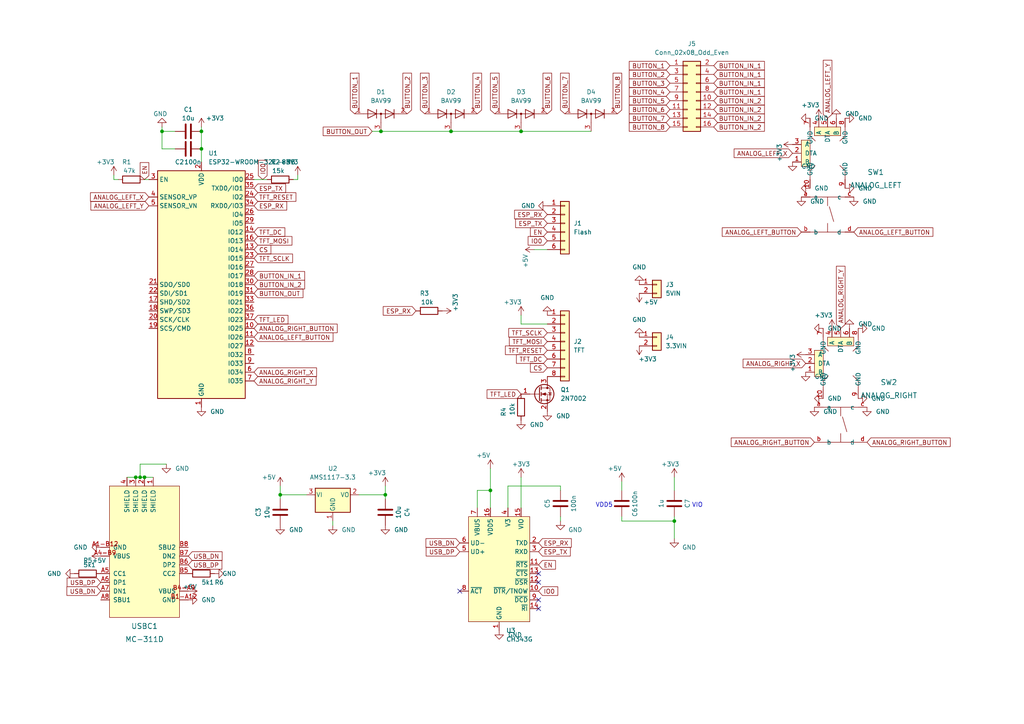
<source format=kicad_sch>
(kicad_sch (version 20211123) (generator eeschema)
  (paper "A4")
  (lib_symbols
    (symbol "Connector_Generic:Conn_01x02" (pin_names (offset 1.016) hide)
      (property "Reference" "J" (at 0 2.54 0))
      (property "Value" "Conn_01x02" (at 0 -5.08 0))
      (symbol "Conn_01x02_1_1"
        (rectangle (start -1.27 -2.413) (end 0 -2.667) (stroke (width 0.1524)))
        (rectangle (start -1.27 0.127) (end 0 -0.127) (stroke (width 0.1524)))
        (rectangle (start -1.27 1.27) (end 1.27 -3.81) (stroke (width 0.254)) (fill (type background)))
        (pin passive line (at -5.08 0 0) (length 3.81) (name "Pin_1") (number "1"))
        (pin passive line (at -5.08 -2.54 0) (length 3.81) (name "Pin_2") (number "2"))
      )
    )
    (symbol "Connector_Generic:Conn_01x06" (pin_names (offset 1.016) hide)
      (property "Reference" "J" (at 0 7.62 0))
      (property "Value" "Conn_01x06" (at 0 -10.16 0))
      (symbol "Conn_01x06_1_1"
        (rectangle (start -1.27 -7.493) (end 0 -7.747) (stroke (width 0.1524)))
        (rectangle (start -1.27 -4.953) (end 0 -5.207) (stroke (width 0.1524)))
        (rectangle (start -1.27 -2.413) (end 0 -2.667) (stroke (width 0.1524)))
        (rectangle (start -1.27 0.127) (end 0 -0.127) (stroke (width 0.1524)))
        (rectangle (start -1.27 2.667) (end 0 2.413) (stroke (width 0.1524)))
        (rectangle (start -1.27 5.207) (end 0 4.953) (stroke (width 0.1524)))
        (rectangle (start -1.27 6.35) (end 1.27 -8.89) (stroke (width 0.254)) (fill (type background)))
        (pin passive line (at -5.08 5.08 0) (length 3.81) (name "Pin_1") (number "1"))
        (pin passive line (at -5.08 2.54 0) (length 3.81) (name "Pin_2") (number "2"))
        (pin passive line (at -5.08 0 0) (length 3.81) (name "Pin_3") (number "3"))
        (pin passive line (at -5.08 -2.54 0) (length 3.81) (name "Pin_4") (number "4"))
        (pin passive line (at -5.08 -5.08 0) (length 3.81) (name "Pin_5") (number "5"))
        (pin passive line (at -5.08 -7.62 0) (length 3.81) (name "Pin_6") (number "6"))
      )
    )
    (symbol "Connector_Generic:Conn_01x08" (pin_names (offset 1.016) hide)
      (property "Reference" "J" (at 0 10.16 0))
      (property "Value" "Conn_01x08" (at 0 -12.7 0))
      (symbol "Conn_01x08_1_1"
        (rectangle (start -1.27 -10.033) (end 0 -10.287) (stroke (width 0.1524)))
        (rectangle (start -1.27 -7.493) (end 0 -7.747) (stroke (width 0.1524)))
        (rectangle (start -1.27 -4.953) (end 0 -5.207) (stroke (width 0.1524)))
        (rectangle (start -1.27 -2.413) (end 0 -2.667) (stroke (width 0.1524)))
        (rectangle (start -1.27 0.127) (end 0 -0.127) (stroke (width 0.1524)))
        (rectangle (start -1.27 2.667) (end 0 2.413) (stroke (width 0.1524)))
        (rectangle (start -1.27 5.207) (end 0 4.953) (stroke (width 0.1524)))
        (rectangle (start -1.27 7.747) (end 0 7.493) (stroke (width 0.1524)))
        (rectangle (start -1.27 8.89) (end 1.27 -11.43) (stroke (width 0.254)) (fill (type background)))
        (pin passive line (at -5.08 7.62 0) (length 3.81) (name "Pin_1") (number "1"))
        (pin passive line (at -5.08 5.08 0) (length 3.81) (name "Pin_2") (number "2"))
        (pin passive line (at -5.08 2.54 0) (length 3.81) (name "Pin_3") (number "3"))
        (pin passive line (at -5.08 0 0) (length 3.81) (name "Pin_4") (number "4"))
        (pin passive line (at -5.08 -2.54 0) (length 3.81) (name "Pin_5") (number "5"))
        (pin passive line (at -5.08 -5.08 0) (length 3.81) (name "Pin_6") (number "6"))
        (pin passive line (at -5.08 -7.62 0) (length 3.81) (name "Pin_7") (number "7"))
        (pin passive line (at -5.08 -10.16 0) (length 3.81) (name "Pin_8") (number "8"))
      )
    )
    (symbol "Connector_Generic:Conn_02x08_Odd_Even" (pin_names (offset 1.016) hide)
      (property "Reference" "J" (at 1.27 10.16 0))
      (property "Value" "Conn_02x08_Odd_Even" (at 1.27 -12.7 0))
      (symbol "Conn_02x08_Odd_Even_1_1"
        (rectangle (start -1.27 -10.033) (end 0 -10.287) (stroke (width 0.1524)))
        (rectangle (start -1.27 -7.493) (end 0 -7.747) (stroke (width 0.1524)))
        (rectangle (start -1.27 -4.953) (end 0 -5.207) (stroke (width 0.1524)))
        (rectangle (start -1.27 -2.413) (end 0 -2.667) (stroke (width 0.1524)))
        (rectangle (start -1.27 0.127) (end 0 -0.127) (stroke (width 0.1524)))
        (rectangle (start -1.27 2.667) (end 0 2.413) (stroke (width 0.1524)))
        (rectangle (start -1.27 5.207) (end 0 4.953) (stroke (width 0.1524)))
        (rectangle (start -1.27 7.747) (end 0 7.493) (stroke (width 0.1524)))
        (rectangle (start -1.27 8.89) (end 3.81 -11.43) (stroke (width 0.254)) (fill (type background)))
        (rectangle (start 3.81 -10.033) (end 2.54 -10.287) (stroke (width 0.1524)))
        (rectangle (start 3.81 -7.493) (end 2.54 -7.747) (stroke (width 0.1524)))
        (rectangle (start 3.81 -4.953) (end 2.54 -5.207) (stroke (width 0.1524)))
        (rectangle (start 3.81 -2.413) (end 2.54 -2.667) (stroke (width 0.1524)))
        (rectangle (start 3.81 0.127) (end 2.54 -0.127) (stroke (width 0.1524)))
        (rectangle (start 3.81 2.667) (end 2.54 2.413) (stroke (width 0.1524)))
        (rectangle (start 3.81 5.207) (end 2.54 4.953) (stroke (width 0.1524)))
        (rectangle (start 3.81 7.747) (end 2.54 7.493) (stroke (width 0.1524)))
        (pin passive line (at -5.08 7.62 0) (length 3.81) (name "Pin_1") (number "1"))
        (pin passive line (at 7.62 -2.54 180) (length 3.81) (name "Pin_10") (number "10"))
        (pin passive line (at -5.08 -5.08 0) (length 3.81) (name "Pin_11") (number "11"))
        (pin passive line (at 7.62 -5.08 180) (length 3.81) (name "Pin_12") (number "12"))
        (pin passive line (at -5.08 -7.62 0) (length 3.81) (name "Pin_13") (number "13"))
        (pin passive line (at 7.62 -7.62 180) (length 3.81) (name "Pin_14") (number "14"))
        (pin passive line (at -5.08 -10.16 0) (length 3.81) (name "Pin_15") (number "15"))
        (pin passive line (at 7.62 -10.16 180) (length 3.81) (name "Pin_16") (number "16"))
        (pin passive line (at 7.62 7.62 180) (length 3.81) (name "Pin_2") (number "2"))
        (pin passive line (at -5.08 5.08 0) (length 3.81) (name "Pin_3") (number "3"))
        (pin passive line (at 7.62 5.08 180) (length 3.81) (name "Pin_4") (number "4"))
        (pin passive line (at -5.08 2.54 0) (length 3.81) (name "Pin_5") (number "5"))
        (pin passive line (at 7.62 2.54 180) (length 3.81) (name "Pin_6") (number "6"))
        (pin passive line (at -5.08 0 0) (length 3.81) (name "Pin_7") (number "7"))
        (pin passive line (at 7.62 0 180) (length 3.81) (name "Pin_8") (number "8"))
        (pin passive line (at -5.08 -2.54 0) (length 3.81) (name "Pin_9") (number "9"))
      )
    )
    (symbol "Device:C" (pin_numbers hide) (pin_names (offset 0.254))
      (property "Reference" "C" (at 0.635 2.54 0))
      (property "Value" "C" (at 0.635 -2.54 0))
      (symbol "C_0_1"
        (polyline (pts (xy -2.032 -0.762) (xy 2.032 -0.762)) (stroke (width 0.508)))
        (polyline (pts (xy -2.032 0.762) (xy 2.032 0.762)) (stroke (width 0.508)))
      )
      (symbol "C_1_1"
        (pin passive line (at 0 3.81 270) (length 2.794) (name "~") (number "1"))
        (pin passive line (at 0 -3.81 90) (length 2.794) (name "~") (number "2"))
      )
    )
    (symbol "Device:R" (pin_numbers hide) (pin_names (offset 0))
      (property "Reference" "R" (at 2.032 0 90))
      (property "Value" "R" (at 0 0 90))
      (symbol "R_0_1"
        (rectangle (start -1.016 -2.54) (end 1.016 2.54) (stroke (width 0.254)))
      )
      (symbol "R_1_1"
        (pin passive line (at 0 3.81 270) (length 1.27) (name "~") (number "1"))
        (pin passive line (at 0 -3.81 90) (length 1.27) (name "~") (number "2"))
      )
    )
    (symbol "Diode:BAV99" (pin_names hide)
      (property "Reference" "D" (at 0 5.08 0))
      (property "Value" "BAV99" (at 0 2.54 0))
      (symbol "BAV99_0_1"
        (polyline (pts (xy -5.08 0) (xy 5.08 0)))
      )
      (symbol "BAV99_1_1"
        (polyline (pts (xy 0 0) (xy 0 -2.54)))
        (polyline (pts (xy -1.27 -1.27) (xy -1.27 1.27) (xy -1.27 1.27)) (stroke (width 0.2032)))
        (polyline (pts (xy 3.81 1.27) (xy 3.81 -1.27) (xy 3.81 -1.27)) (stroke (width 0.2032)))
        (polyline (pts (xy -3.81 1.27) (xy -1.27 0) (xy -3.81 -1.27) (xy -3.81 1.27) (xy -3.81 1.27) (xy -3.81 1.27)) (stroke (width 0.2032)))
        (polyline (pts (xy 1.27 1.27) (xy 3.81 0) (xy 1.27 -1.27) (xy 1.27 1.27) (xy 1.27 1.27) (xy 1.27 1.27)) (stroke (width 0.2032)))
        (circle (center 0 0) (radius 0.254) (fill (type outline)))
        (pin passive line (at -7.62 0 0) (length 2.54) (name "K") (number "1"))
        (pin passive line (at 7.62 0 180) (length 2.54) (name "A") (number "2"))
        (pin passive line (at 0 -5.08 90) (length 2.54) (name "K") (number "3"))
      )
    )
    (symbol "RF_Module:ESP32-WROOM-32"
      (property "Reference" "U" (at -12.7 34.29 0))
      (property "Value" "ESP32-WROOM-32" (at 1.27 34.29 0))
      (symbol "ESP32-WROOM-32_0_1"
        (rectangle (start -12.7 33.02) (end 12.7 -33.02) (stroke (width 0.254)) (fill (type background)))
      )
      (symbol "ESP32-WROOM-32_1_1"
        (pin power_in line (at 0 -35.56 90) (length 2.54) (name "GND") (number "1"))
        (pin bidirectional line (at 15.24 -12.7 180) (length 2.54) (name "IO25") (number "10"))
        (pin bidirectional line (at 15.24 -15.24 180) (length 2.54) (name "IO26") (number "11"))
        (pin bidirectional line (at 15.24 -17.78 180) (length 2.54) (name "IO27") (number "12"))
        (pin bidirectional line (at 15.24 10.16 180) (length 2.54) (name "IO14") (number "13"))
        (pin bidirectional line (at 15.24 15.24 180) (length 2.54) (name "IO12") (number "14"))
        (pin passive line (at 0 -35.56 90) (length 2.54) hide (name "GND") (number "15"))
        (pin bidirectional line (at 15.24 12.7 180) (length 2.54) (name "IO13") (number "16"))
        (pin bidirectional line (at -15.24 -5.08 0) (length 2.54) (name "SHD/SD2") (number "17"))
        (pin bidirectional line (at -15.24 -7.62 0) (length 2.54) (name "SWP/SD3") (number "18"))
        (pin bidirectional line (at -15.24 -12.7 0) (length 2.54) (name "SCS/CMD") (number "19"))
        (pin power_in line (at 0 35.56 270) (length 2.54) (name "VDD") (number "2"))
        (pin bidirectional line (at -15.24 -10.16 0) (length 2.54) (name "SCK/CLK") (number "20"))
        (pin bidirectional line (at -15.24 0 0) (length 2.54) (name "SDO/SD0") (number "21"))
        (pin bidirectional line (at -15.24 -2.54 0) (length 2.54) (name "SDI/SD1") (number "22"))
        (pin bidirectional line (at 15.24 7.62 180) (length 2.54) (name "IO15") (number "23"))
        (pin bidirectional line (at 15.24 25.4 180) (length 2.54) (name "IO2") (number "24"))
        (pin bidirectional line (at 15.24 30.48 180) (length 2.54) (name "IO0") (number "25"))
        (pin bidirectional line (at 15.24 20.32 180) (length 2.54) (name "IO4") (number "26"))
        (pin bidirectional line (at 15.24 5.08 180) (length 2.54) (name "IO16") (number "27"))
        (pin bidirectional line (at 15.24 2.54 180) (length 2.54) (name "IO17") (number "28"))
        (pin bidirectional line (at 15.24 17.78 180) (length 2.54) (name "IO5") (number "29"))
        (pin input line (at -15.24 30.48 0) (length 2.54) (name "EN") (number "3"))
        (pin bidirectional line (at 15.24 0 180) (length 2.54) (name "IO18") (number "30"))
        (pin bidirectional line (at 15.24 -2.54 180) (length 2.54) (name "IO19") (number "31"))
        (pin no_connect line (at -12.7 -27.94 0) (length 2.54) hide (name "NC") (number "32"))
        (pin bidirectional line (at 15.24 -5.08 180) (length 2.54) (name "IO21") (number "33"))
        (pin bidirectional line (at 15.24 22.86 180) (length 2.54) (name "RXD0/IO3") (number "34"))
        (pin bidirectional line (at 15.24 27.94 180) (length 2.54) (name "TXD0/IO1") (number "35"))
        (pin bidirectional line (at 15.24 -7.62 180) (length 2.54) (name "IO22") (number "36"))
        (pin bidirectional line (at 15.24 -10.16 180) (length 2.54) (name "IO23") (number "37"))
        (pin passive line (at 0 -35.56 90) (length 2.54) hide (name "GND") (number "38"))
        (pin passive line (at 0 -35.56 90) (length 2.54) hide (name "GND") (number "39"))
        (pin input line (at -15.24 25.4 0) (length 2.54) (name "SENSOR_VP") (number "4"))
        (pin input line (at -15.24 22.86 0) (length 2.54) (name "SENSOR_VN") (number "5"))
        (pin input line (at 15.24 -25.4 180) (length 2.54) (name "IO34") (number "6"))
        (pin input line (at 15.24 -27.94 180) (length 2.54) (name "IO35") (number "7"))
        (pin bidirectional line (at 15.24 -20.32 180) (length 2.54) (name "IO32") (number "8"))
        (pin bidirectional line (at 15.24 -22.86 180) (length 2.54) (name "IO33") (number "9"))
      )
    )
    (symbol "Regulator_Linear:AMS1117-3.3" (pin_names (offset 0.254))
      (property "Reference" "U" (at -3.81 3.175 0))
      (property "Value" "AMS1117-3.3" (at 0 3.175 0))
      (symbol "AMS1117-3.3_0_1"
        (rectangle (start -5.08 -5.08) (end 5.08 1.905) (stroke (width 0.254)) (fill (type background)))
      )
      (symbol "AMS1117-3.3_1_1"
        (pin power_in line (at 0 -7.62 90) (length 2.54) (name "GND") (number "1"))
        (pin power_out line (at 7.62 0 180) (length 2.54) (name "VO") (number "2"))
        (pin power_in line (at -7.62 0 0) (length 2.54) (name "VI") (number "3"))
      )
    )
    (symbol "Transistor_FET:2N7002" (pin_names hide)
      (property "Reference" "Q" (at 5.08 1.905 0))
      (property "Value" "2N7002" (at 5.08 0 0))
      (symbol "2N7002_0_1"
        (polyline (pts (xy 0.254 0) (xy -2.54 0)))
        (polyline (pts (xy 0.254 1.905) (xy 0.254 -1.905)) (stroke (width 0.254)))
        (polyline (pts (xy 0.762 -1.27) (xy 0.762 -2.286)) (stroke (width 0.254)))
        (polyline (pts (xy 0.762 0.508) (xy 0.762 -0.508)) (stroke (width 0.254)))
        (polyline (pts (xy 0.762 2.286) (xy 0.762 1.27)) (stroke (width 0.254)))
        (polyline (pts (xy 2.54 2.54) (xy 2.54 1.778)))
        (polyline (pts (xy 2.54 -2.54) (xy 2.54 0) (xy 0.762 0)))
        (polyline (pts (xy 0.762 -1.778) (xy 3.302 -1.778) (xy 3.302 1.778) (xy 0.762 1.778)))
        (polyline (pts (xy 1.016 0) (xy 2.032 0.381) (xy 2.032 -0.381) (xy 1.016 0)) (fill (type outline)))
        (polyline (pts (xy 2.794 0.508) (xy 2.921 0.381) (xy 3.683 0.381) (xy 3.81 0.254)))
        (polyline (pts (xy 3.302 0.381) (xy 2.921 -0.254) (xy 3.683 -0.254) (xy 3.302 0.381)))
        (circle (center 1.651 0) (radius 2.794) (stroke (width 0.254)))
        (circle (center 2.54 -1.778) (radius 0.254) (fill (type outline)))
        (circle (center 2.54 1.778) (radius 0.254) (fill (type outline)))
      )
      (symbol "2N7002_1_1"
        (pin input line (at -5.08 0 0) (length 2.54) (name "G") (number "1"))
        (pin passive line (at 2.54 -5.08 90) (length 2.54) (name "S") (number "2"))
        (pin passive line (at 2.54 5.08 270) (length 2.54) (name "D") (number "3"))
      )
    )
    (symbol "analog_stick:RKJXV122400D" (pin_names (offset 1.016))
      (property "Reference" "SW?" (at 0 22.86 0))
      (property "Value" "RKJXV122400D" (at 0 -20.32 0))
      (symbol "RKJXV122400D_1_1"
        (rectangle (start -7.62 11.43) (end -5.08 3.81) (fill (type background)))
        (rectangle (start -3.81 15.24) (end 3.81 12.7) (fill (type background)))
        (polyline (pts (xy -5.08 -15.24) (xy 5.08 -15.24)))
        (polyline (pts (xy -5.08 -5.08) (xy 5.08 -5.08)))
        (polyline (pts (xy -5.08 12.7) (xy -5.08 15.24)))
        (polyline (pts (xy -5.08 12.7) (xy -3.556 11.176)))
        (polyline (pts (xy 0 -15.24) (xy 0 -12.7)))
        (polyline (pts (xy 0 -5.08) (xy 0 -7.62)))
        (polyline (pts (xy 0.508 -7.874) (xy 1.778 -12.192)))
        (polyline (pts (xy -5.08 0) (xy -5.08 2.54) (xy -3.556 4.064)))
        (polyline (pts (xy 5.08 0) (xy 5.08 2.54) (xy 3.556 4.064)))
        (polyline (pts (xy 5.08 15.24) (xy 5.08 12.7) (xy 3.556 11.176)))
        (pin unspecified line (at -10.16 5.08 0) (length 2.54) (name "B") (number "1"))
        (pin unspecified line (at -5.08 -2.54 90) (length 2.54) (name "GND") (number "10"))
        (pin unspecified line (at -10.16 7.62 0) (length 2.54) (name "DTA") (number "2"))
        (pin unspecified line (at -10.16 10.16 0) (length 2.54) (name "A") (number "3"))
        (pin unspecified line (at -2.54 17.78 270) (length 2.54) (name "A") (number "4"))
        (pin unspecified line (at 0 17.78 270) (length 2.54) (name "DTA") (number "5"))
        (pin unspecified line (at 2.54 17.78 270) (length 2.54) (name "B") (number "6"))
        (pin unspecified line (at -5.08 17.78 270) (length 2.54) (name "GND") (number "7"))
        (pin unspecified line (at 5.08 17.78 270) (length 2.54) (name "GND") (number "8"))
        (pin unspecified line (at 5.08 -2.54 90) (length 2.54) (name "GND") (number "9"))
        (pin unspecified line (at -7.62 -5.08 0) (length 2.54) (name "a") (number "a"))
        (pin unspecified line (at -7.62 -15.24 0) (length 2.54) (name "b") (number "b"))
        (pin unspecified line (at 7.62 -5.08 180) (length 2.54) (name "c") (number "c"))
        (pin unspecified line (at 7.62 -15.24 180) (length 2.54) (name "d") (number "d"))
      )
    )
    (symbol "power:+3.3V" (power) (pin_names (offset 0))
      (property "Value" "+3.3V" (at 0 3.556 0))
      (symbol "+3.3V_0_1"
        (polyline (pts (xy -0.762 1.27) (xy 0 2.54)))
        (polyline (pts (xy 0 0) (xy 0 2.54)))
        (polyline (pts (xy 0 2.54) (xy 0.762 1.27)))
      )
      (symbol "+3.3V_1_1"
        (pin power_in line (at 0 0 90) (length 0) hide (name "+3V3") (number "1"))
      )
    )
    (symbol "power:+5V" (power) (pin_names (offset 0))
      (property "Value" "+5V" (at 0 3.556 0))
      (symbol "+5V_0_1"
        (polyline (pts (xy -0.762 1.27) (xy 0 2.54)))
        (polyline (pts (xy 0 0) (xy 0 2.54)))
        (polyline (pts (xy 0 2.54) (xy 0.762 1.27)))
      )
      (symbol "+5V_1_1"
        (pin power_in line (at 0 0 90) (length 0) hide (name "+5V") (number "1"))
      )
    )
    (symbol "power:GND" (power) (pin_names (offset 0))
      (property "Value" "GND" (at 0 -3.81 0))
      (symbol "GND_0_1"
        (polyline (pts (xy 0 0) (xy 0 -1.27) (xy 1.27 -1.27) (xy 0 -2.54) (xy -1.27 -1.27) (xy 0 -1.27)))
      )
      (symbol "GND_1_1"
        (pin power_in line (at 0 0 270) (length 0) hide (name "GND") (number "1"))
      )
    )
    (symbol "usb_c_bobby:MC-311D" (pin_names (offset 1.016))
      (property "Reference" "USBC?" (at 0 24.13 0))
      (property "Value" "MC-311D" (at 0 -21.59 0))
      (symbol "MC-311D_1_1"
        (rectangle (start -10.16 16.51) (end 10.16 -21.59) (fill (type background)))
        (pin unspecified line (at 2.54 19.05 270) (length 2.54) (name "SHIELD") (number "1"))
        (pin unspecified line (at 0 19.05 270) (length 2.54) (name "SHIELD") (number "2"))
        (pin unspecified line (at -2.54 19.05 270) (length 2.54) (name "SHIELD") (number "3"))
        (pin unspecified line (at -5.08 19.05 270) (length 2.54) (name "SHIELD") (number "4"))
        (pin unspecified line (at -12.7 -1.27 0) (length 2.54) (name "GND") (number "A1-B12"))
        (pin unspecified line (at -12.7 -3.81 0) (length 2.54) (name "VBUS") (number "A4-B9"))
        (pin unspecified line (at -12.7 -8.89 0) (length 2.54) (name "CC1") (number "A5"))
        (pin unspecified line (at -12.7 -11.43 0) (length 2.54) (name "DP1") (number "A6"))
        (pin unspecified line (at -12.7 -13.97 0) (length 2.54) (name "DN1") (number "A7"))
        (pin unspecified line (at -12.7 -16.51 0) (length 2.54) (name "SBU1") (number "A8"))
        (pin unspecified line (at 12.7 -16.51 180) (length 2.54) (name "GND") (number "B1-A12"))
        (pin unspecified line (at 12.7 -13.97 180) (length 2.54) (name "VBUS") (number "B4-A9"))
        (pin unspecified line (at 12.7 -8.89 180) (length 2.54) (name "CC2") (number "B5"))
        (pin unspecified line (at 12.7 -6.35 180) (length 2.54) (name "DP2") (number "B6"))
        (pin unspecified line (at 12.7 -3.81 180) (length 2.54) (name "DN2") (number "B7"))
        (pin unspecified line (at 12.7 -1.27 180) (length 2.54) (name "SBU2") (number "B8"))
      )
    )
    (symbol "wch-usb-uart:CH343G"
      (property "Reference" "U" (at 6.35 -17.78 0))
      (property "Value" "CH343G" (at 6.35 -20.32 0))
      (symbol "CH343G_0_1"
        (rectangle (start -8.89 15.24) (end 8.89 -15.24) (stroke (width 0.1524)) (fill (type background)))
      )
      (symbol "CH343G_1_1"
        (pin passive line (at 0 -17.78 90) (length 2.54) (name "GND") (number "1"))
        (pin output line (at 11.43 -6.35 180) (length 2.54) (name "~{DTR}/TNOW") (number "10"))
        (pin output line (at 11.43 1.27 180) (length 2.54) (name "~{RTS}") (number "11"))
        (pin input line (at 11.43 -3.81 180) (length 2.54) (name "~{DSR}") (number "12"))
        (pin input line (at 11.43 -1.27 180) (length 2.54) (name "~{CTS}") (number "13"))
        (pin input line (at 11.43 -11.43 180) (length 2.54) (name "~{RI}") (number "14"))
        (pin power_in line (at 6.35 17.78 270) (length 2.54) (name "VIO") (number "15"))
        (pin power_in line (at -2.54 17.78 270) (length 2.54) (name "VDD5") (number "16"))
        (pin output line (at 11.43 7.62 180) (length 2.54) (name "TXD") (number "2"))
        (pin input line (at 11.43 5.08 180) (length 2.54) (name "RXD") (number "3"))
        (pin power_in line (at 2.54 17.78 270) (length 2.54) (name "V3") (number "4"))
        (pin bidirectional line (at -11.43 5.08 0) (length 2.54) (name "UD+") (number "5"))
        (pin bidirectional line (at -11.43 7.62 0) (length 2.54) (name "UD-") (number "6"))
        (pin input line (at -6.35 17.78 270) (length 2.54) (name "VBUS") (number "7"))
        (pin output line (at -11.43 -6.35 0) (length 2.54) (name "~{ACT}") (number "8"))
        (pin input line (at 11.43 -8.89 180) (length 2.54) (name "~{DCD}") (number "9"))
      )
    )
  )
  (junction (at 41.91 138.43))
  (junction (at 58.42 43.18))
  (junction (at 58.42 38.1))
  (junction (at 130.81 38.1))
  (junction (at 110.49 38.1))
  (junction (at 40.64 138.43))
  (junction (at 151.13 38.1))
  (junction (at 111.76 143.51))
  (junction (at 81.28 143.51))
  (junction (at 195.58 151.13))
  (junction (at 142.24 142.24))
  (junction (at 39.37 138.43))
  (junction (at 46.99 38.1))
  (no_connect (at 156.21 173.99))
  (no_connect (at 156.21 176.53))
  (no_connect (at 133.35 171.45))
  (no_connect (at 156.21 168.91))
  (no_connect (at 156.21 166.37))
  (wire (pts (xy 151.13 138.43) (xy 151.13 147.32)))
  (wire (pts (xy 39.37 138.43) (xy 36.83 138.43)))
  (wire (pts (xy 58.42 38.1) (xy 58.42 43.18)))
  (wire (pts (xy 147.32 140.97) (xy 162.56 140.97)))
  (wire (pts (xy 110.49 38.1) (xy 130.81 38.1)))
  (wire (pts (xy 81.28 143.51) (xy 88.9 143.51)))
  (wire (pts (xy 58.42 36.83) (xy 58.42 38.1)))
  (wire (pts (xy 41.91 138.43) (xy 44.45 138.43)))
  (wire (pts (xy 142.24 142.24) (xy 142.24 147.32)))
  (wire (pts (xy 50.8 43.18) (xy 46.99 43.18)))
  (wire (pts (xy 41.91 52.07) (xy 43.18 52.07)))
  (wire (pts (xy 180.34 139.7) (xy 180.34 142.24)))
  (wire (pts (xy 73.66 52.07) (xy 77.47 52.07)))
  (wire (pts (xy 151.13 91.44) (xy 151.13 93.98)))
  (wire (pts (xy 58.42 43.18) (xy 58.42 46.99)))
  (wire (pts (xy 180.34 149.86) (xy 180.34 151.13)))
  (wire (pts (xy 142.24 142.24) (xy 138.43 142.24)))
  (wire (pts (xy 33.02 50.8) (xy 33.02 52.07)))
  (wire (pts (xy 46.99 43.18) (xy 46.99 38.1)))
  (wire (pts (xy 104.14 143.51) (xy 111.76 143.51)))
  (wire (pts (xy 180.34 151.13) (xy 195.58 151.13)))
  (wire (pts (xy 147.32 140.97) (xy 147.32 147.32)))
  (wire (pts (xy 40.64 134.62) (xy 40.64 138.43)))
  (wire (pts (xy 162.56 140.97) (xy 162.56 142.24)))
  (wire (pts (xy 142.24 135.89) (xy 142.24 142.24)))
  (wire (pts (xy 154.94 72.39) (xy 158.75 72.39)))
  (wire (pts (xy 48.26 134.62) (xy 40.64 134.62)))
  (wire (pts (xy 130.81 38.1) (xy 151.13 38.1)))
  (wire (pts (xy 195.58 151.13) (xy 195.58 156.21)))
  (wire (pts (xy 46.99 36.83) (xy 46.99 38.1)))
  (wire (pts (xy 86.36 52.07) (xy 85.09 52.07)))
  (wire (pts (xy 107.95 38.1) (xy 110.49 38.1)))
  (wire (pts (xy 81.28 143.51) (xy 81.28 144.78)))
  (wire (pts (xy 46.99 38.1) (xy 50.8 38.1)))
  (wire (pts (xy 40.64 138.43) (xy 41.91 138.43)))
  (wire (pts (xy 86.36 50.8) (xy 86.36 52.07)))
  (wire (pts (xy 96.52 152.4) (xy 96.52 151.13)))
  (wire (pts (xy 138.43 142.24) (xy 138.43 147.32)))
  (wire (pts (xy 195.58 138.43) (xy 195.58 142.24)))
  (wire (pts (xy 111.76 143.51) (xy 111.76 144.78)))
  (wire (pts (xy 40.64 138.43) (xy 39.37 138.43)))
  (wire (pts (xy 195.58 149.86) (xy 195.58 151.13)))
  (wire (pts (xy 151.13 93.98) (xy 158.75 93.98)))
  (wire (pts (xy 33.02 52.07) (xy 34.29 52.07)))
  (wire (pts (xy 81.28 140.97) (xy 81.28 143.51)))
  (wire (pts (xy 111.76 140.97) (xy 111.76 143.51)))
  (wire (pts (xy 151.13 38.1) (xy 171.45 38.1)))
  (wire (pts (xy 162.56 149.86) (xy 162.56 151.13)))
  (text "VDD5" (at 172.72 147.32 0) (effects (font (size 1.27 1.27)) (justify left bottom)))
  (text "VIO" (at 200.66 147.32 0) (effects (font (size 1.27 1.27)) (justify left bottom)))
  (global_label "BUTTON_IN_1" (shape input) (at 207.01 19.05 0) (property "Referenzen zwischen Schaltplänen" "${INTERSHEET_REFS}" (effects hide)))
  (global_label "ESP_RX" (shape input) (at 158.75 62.23 180) (property "Referenzen zwischen Schaltplänen" "${INTERSHEET_REFS}" (effects hide)))
  (global_label "BUTTON_8" (shape input) (at 194.31 36.83 180) (property "Referenzen zwischen Schaltplänen" "${INTERSHEET_REFS}" (effects hide)))
  (global_label "ANALOG_RIGHT_Y" (shape input) (at 243.84 95.25 90) (property "Referenzen zwischen Schaltplänen" "${INTERSHEET_REFS}" (effects hide)))
  (global_label "TFT_DC" (shape input) (at 73.66 67.31 0) (property "Referenzen zwischen Schaltplänen" "${INTERSHEET_REFS}" (effects hide)))
  (global_label "USB_DN" (shape input) (at 29.21 171.45 180) (property "Referenzen zwischen Schaltplänen" "${INTERSHEET_REFS}" (effects hide)))
  (global_label "BUTTON_3" (shape input) (at 123.19 33.02 90) (property "Referenzen zwischen Schaltplänen" "${INTERSHEET_REFS}" (effects hide)))
  (global_label "TFT_LED" (shape input) (at 73.66 92.71 0) (property "Referenzen zwischen Schaltplänen" "${INTERSHEET_REFS}" (effects hide)))
  (global_label "ANALOG_LEFT_Y" (shape input) (at 43.18 59.69 180) (property "Referenzen zwischen Schaltplänen" "${INTERSHEET_REFS}" (effects hide)))
  (global_label "BUTTON_1" (shape input) (at 102.87 33.02 90) (property "Referenzen zwischen Schaltplänen" "${INTERSHEET_REFS}" (effects hide)))
  (global_label "TFT_SCLK" (shape input) (at 73.66 74.93 0) (property "Referenzen zwischen Schaltplänen" "${INTERSHEET_REFS}" (effects hide)))
  (global_label "TFT_MOSI" (shape input) (at 73.66 69.85 0) (property "Referenzen zwischen Schaltplänen" "${INTERSHEET_REFS}" (effects hide)))
  (global_label "ESP_TX" (shape input) (at 73.66 54.61 0) (property "Referenzen zwischen Schaltplänen" "${INTERSHEET_REFS}" (effects hide)))
  (global_label "ANALOG_LEFT_BUTTON" (shape input) (at 232.41 67.31 180) (property "Referenzen zwischen Schaltplänen" "${INTERSHEET_REFS}" (effects hide)))
  (global_label "BUTTON_1" (shape input) (at 194.31 19.05 180) (property "Referenzen zwischen Schaltplänen" "${INTERSHEET_REFS}" (effects hide)))
  (global_label "BUTTON_OUT" (shape input) (at 73.66 85.09 0) (property "Referenzen zwischen Schaltplänen" "${INTERSHEET_REFS}" (effects hide)))
  (global_label "ANALOG_LEFT_BUTTON" (shape input) (at 247.65 67.31 0) (property "Referenzen zwischen Schaltplänen" "${INTERSHEET_REFS}" (effects hide)))
  (global_label "CS" (shape input) (at 73.66 72.39 0) (property "Referenzen zwischen Schaltplänen" "${INTERSHEET_REFS}" (effects hide)))
  (global_label "ESP_RX" (shape input) (at 120.65 90.17 180) (property "Referenzen zwischen Schaltplänen" "${INTERSHEET_REFS}" (effects hide)))
  (global_label "TFT_LED" (shape input) (at 151.13 114.3 180) (property "Referenzen zwischen Schaltplänen" "${INTERSHEET_REFS}" (effects hide)))
  (global_label "BUTTON_8" (shape input) (at 179.07 33.02 90) (property "Referenzen zwischen Schaltplänen" "${INTERSHEET_REFS}" (effects hide)))
  (global_label "ANALOG_RIGHT_BUTTON" (shape input) (at 73.66 95.25 0) (property "Referenzen zwischen Schaltplänen" "${INTERSHEET_REFS}" (effects hide)))
  (global_label "IO0" (shape input) (at 156.21 171.45 0) (property "Referenzen zwischen Schaltplänen" "${INTERSHEET_REFS}" (effects hide)))
  (global_label "BUTTON_6" (shape input) (at 158.75 33.02 90) (property "Referenzen zwischen Schaltplänen" "${INTERSHEET_REFS}" (effects hide)))
  (global_label "BUTTON_5" (shape input) (at 194.31 29.21 180) (property "Referenzen zwischen Schaltplänen" "${INTERSHEET_REFS}" (effects hide)))
  (global_label "ANALOG_RIGHT_BUTTON" (shape input) (at 251.46 128.27 0) (property "Referenzen zwischen Schaltplänen" "${INTERSHEET_REFS}" (effects hide)))
  (global_label "ANALOG_LEFT_X" (shape input) (at 43.18 57.15 180) (property "Referenzen zwischen Schaltplänen" "${INTERSHEET_REFS}" (effects hide)))
  (global_label "TFT_RESET" (shape input) (at 158.75 101.6 180) (property "Referenzen zwischen Schaltplänen" "${INTERSHEET_REFS}" (effects hide)))
  (global_label "BUTTON_OUT" (shape input) (at 107.95 38.1 180) (property "Referenzen zwischen Schaltplänen" "${INTERSHEET_REFS}" (effects hide)))
  (global_label "ANALOG_RIGHT_X" (shape input) (at 73.66 107.95 0) (property "Referenzen zwischen Schaltplänen" "${INTERSHEET_REFS}" (effects hide)))
  (global_label "BUTTON_IN_2" (shape input) (at 207.01 34.29 0) (property "Referenzen zwischen Schaltplänen" "${INTERSHEET_REFS}" (effects hide)))
  (global_label "BUTTON_IN_2" (shape input) (at 207.01 36.83 0) (property "Referenzen zwischen Schaltplänen" "${INTERSHEET_REFS}" (effects hide)))
  (global_label "TFT_DC" (shape input) (at 158.75 104.14 180) (property "Referenzen zwischen Schaltplänen" "${INTERSHEET_REFS}" (effects hide)))
  (global_label "BUTTON_2" (shape input) (at 118.11 33.02 90) (property "Referenzen zwischen Schaltplänen" "${INTERSHEET_REFS}" (effects hide)))
  (global_label "ESP_TX" (shape input) (at 156.21 160.02 0) (property "Referenzen zwischen Schaltplänen" "${INTERSHEET_REFS}" (effects hide)))
  (global_label "TFT_SCLK" (shape input) (at 158.75 96.52 180) (property "Referenzen zwischen Schaltplänen" "${INTERSHEET_REFS}" (effects hide)))
  (global_label "BUTTON_IN_1" (shape input) (at 207.01 24.13 0) (property "Referenzen zwischen Schaltplänen" "${INTERSHEET_REFS}" (effects hide)))
  (global_label "ANALOG_LEFT_X" (shape input) (at 229.87 44.45 180) (property "Referenzen zwischen Schaltplänen" "${INTERSHEET_REFS}" (effects hide)))
  (global_label "BUTTON_IN_2" (shape input) (at 207.01 31.75 0) (property "Referenzen zwischen Schaltplänen" "${INTERSHEET_REFS}" (effects hide)))
  (global_label "BUTTON_5" (shape input) (at 143.51 33.02 90) (property "Referenzen zwischen Schaltplänen" "${INTERSHEET_REFS}" (effects hide)))
  (global_label "IO0" (shape input) (at 76.2 52.07 90) (property "Referenzen zwischen Schaltplänen" "${INTERSHEET_REFS}" (effects hide)))
  (global_label "BUTTON_7" (shape input) (at 194.31 34.29 180) (property "Referenzen zwischen Schaltplänen" "${INTERSHEET_REFS}" (effects hide)))
  (global_label "ESP_TX" (shape input) (at 158.75 64.77 180) (property "Referenzen zwischen Schaltplänen" "${INTERSHEET_REFS}" (effects hide)))
  (global_label "TFT_MOSI" (shape input) (at 158.75 99.06 180) (property "Referenzen zwischen Schaltplänen" "${INTERSHEET_REFS}" (effects hide)))
  (global_label "USB_DP" (shape input) (at 54.61 163.83 0) (property "Referenzen zwischen Schaltplänen" "${INTERSHEET_REFS}" (effects hide)))
  (global_label "BUTTON_4" (shape input) (at 194.31 26.67 180) (property "Referenzen zwischen Schaltplänen" "${INTERSHEET_REFS}" (effects hide)))
  (global_label "EN" (shape input) (at 41.91 52.07 90) (property "Referenzen zwischen Schaltplänen" "${INTERSHEET_REFS}" (effects hide)))
  (global_label "USB_DP" (shape input) (at 133.35 160.02 180) (property "Referenzen zwischen Schaltplänen" "${INTERSHEET_REFS}" (effects hide)))
  (global_label "USB_DN" (shape input) (at 133.35 157.48 180) (property "Referenzen zwischen Schaltplänen" "${INTERSHEET_REFS}" (effects hide)))
  (global_label "EN" (shape input) (at 158.75 67.31 180) (property "Referenzen zwischen Schaltplänen" "${INTERSHEET_REFS}" (effects hide)))
  (global_label "BUTTON_6" (shape input) (at 194.31 31.75 180) (property "Referenzen zwischen Schaltplänen" "${INTERSHEET_REFS}" (effects hide)))
  (global_label "BUTTON_IN_1" (shape input) (at 207.01 26.67 0) (property "Referenzen zwischen Schaltplänen" "${INTERSHEET_REFS}" (effects hide)))
  (global_label "BUTTON_4" (shape input) (at 138.43 33.02 90) (property "Referenzen zwischen Schaltplänen" "${INTERSHEET_REFS}" (effects hide)))
  (global_label "CS" (shape input) (at 158.75 106.68 180) (property "Referenzen zwischen Schaltplänen" "${INTERSHEET_REFS}" (effects hide)))
  (global_label "BUTTON_IN_1" (shape input) (at 207.01 21.59 0) (property "Referenzen zwischen Schaltplänen" "${INTERSHEET_REFS}" (effects hide)))
  (global_label "ESP_RX" (shape input) (at 73.66 59.69 0) (property "Referenzen zwischen Schaltplänen" "${INTERSHEET_REFS}" (effects hide)))
  (global_label "ESP_RX" (shape input) (at 156.21 157.48 0) (property "Referenzen zwischen Schaltplänen" "${INTERSHEET_REFS}" (effects hide)))
  (global_label "ANALOG_RIGHT_X" (shape input) (at 233.68 105.41 180) (property "Referenzen zwischen Schaltplänen" "${INTERSHEET_REFS}" (effects hide)))
  (global_label "USB_DP" (shape input) (at 29.21 168.91 180) (property "Referenzen zwischen Schaltplänen" "${INTERSHEET_REFS}" (effects hide)))
  (global_label "EN" (shape input) (at 156.21 163.83 0) (property "Referenzen zwischen Schaltplänen" "${INTERSHEET_REFS}" (effects hide)))
  (global_label "BUTTON_3" (shape input) (at 194.31 24.13 180) (property "Referenzen zwischen Schaltplänen" "${INTERSHEET_REFS}" (effects hide)))
  (global_label "BUTTON_IN_2" (shape input) (at 207.01 29.21 0) (property "Referenzen zwischen Schaltplänen" "${INTERSHEET_REFS}" (effects hide)))
  (global_label "BUTTON_IN_2" (shape input) (at 73.66 82.55 0) (property "Referenzen zwischen Schaltplänen" "${INTERSHEET_REFS}" (effects hide)))
  (global_label "ANALOG_LEFT_BUTTON" (shape input) (at 73.66 97.79 0) (property "Referenzen zwischen Schaltplänen" "${INTERSHEET_REFS}" (effects hide)))
  (global_label "ANALOG_RIGHT_Y" (shape input) (at 73.66 110.49 0) (property "Referenzen zwischen Schaltplänen" "${INTERSHEET_REFS}" (effects hide)))
  (global_label "BUTTON_IN_1" (shape input) (at 73.66 80.01 0) (property "Referenzen zwischen Schaltplänen" "${INTERSHEET_REFS}" (effects hide)))
  (global_label "USB_DN" (shape input) (at 54.61 161.29 0) (property "Referenzen zwischen Schaltplänen" "${INTERSHEET_REFS}" (effects hide)))
  (global_label "TFT_RESET" (shape input) (at 73.66 57.15 0) (property "Referenzen zwischen Schaltplänen" "${INTERSHEET_REFS}" (effects hide)))
  (global_label "BUTTON_7" (shape input) (at 163.83 33.02 90) (property "Referenzen zwischen Schaltplänen" "${INTERSHEET_REFS}" (effects hide)))
  (global_label "IO0" (shape input) (at 158.75 69.85 180) (property "Referenzen zwischen Schaltplänen" "${INTERSHEET_REFS}" (effects hide)))
  (global_label "BUTTON_2" (shape input) (at 194.31 21.59 180) (property "Referenzen zwischen Schaltplänen" "${INTERSHEET_REFS}" (effects hide)))
  (global_label "ANALOG_LEFT_Y" (shape input) (at 240.03 34.29 90) (property "Referenzen zwischen Schaltplänen" "${INTERSHEET_REFS}" (effects hide)))
  (global_label "ANALOG_RIGHT_BUTTON" (shape input) (at 236.22 128.27 180) (property "Referenzen zwischen Schaltplänen" "${INTERSHEET_REFS}" (effects hide)))
  (symbol (lib_id "wch-usb-uart:CH343G") (at 144.78 165.1 0) (unit 1)
    (property "Reference" "U3" (at 146.7994 182.88 0) (effects (justify left)))
    (property "Value" "CH343G" (at 146.7994 185.42 0) (effects (justify left)))
    (property "Footprint" "Package_SO:SOIC-16_3.9x9.9mm_P1.27mm" (effects hide))
    (property "Datasheet" "http://www.wch.cn/downloads/file/307.html" (effects hide))
    (property "LCSC" "C2844153" (effects hide))
  )
  (symbol (lib_id "power:+3.3V") (at 128.27 90.17 270) (unit 1)
    (property "Reference" "#PWR0127" (effects hide))
    (property "Value" "+3.3V" (at 132.08 85.09 0) (effects (justify left)))
  )
  (symbol (lib_id "power:GND") (at 234.95 54.61 270) (unit 1)
    (property "Reference" "#PWR0130" (effects hide))
    (property "Value" "GND" (at 236.22 54.6099 90) (effects (justify left)))
  )
  (symbol (lib_id "power:+5V") (at 29.21 161.29 90) (unit 1)
    (property "Reference" "#PWR0144" (effects hide))
    (property "Value" "+5V" (at 26.67 162.56 90) (effects (justify right)))
  )
  (symbol (lib_id "power:+3.3V") (at 237.49 34.29 0) (unit 1)
    (property "Reference" "#PWR0135" (effects hide))
    (property "Value" "+3.3V" (at 232.41 30.48 0) (effects (justify left)))
  )
  (symbol (lib_id "power:GND") (at 158.75 119.38 0) (unit 1)
    (property "Reference" "#PWR0102" (effects hide))
    (property "Value" "GND" (at 161.29 120.6499 0) (effects (justify left)))
  )
  (symbol (lib_id "power:GND") (at 151.13 121.92 0) (unit 1)
    (property "Reference" "#PWR0101" (effects hide))
    (property "Value" "GND" (at 153.67 123.1899 0) (effects (justify left)))
  )
  (symbol (lib_id "power:GND") (at 232.41 57.15 0) (unit 1)
    (property "Reference" "#PWR0117" (effects hide))
    (property "Value" "GND" (at 234.95 58.4199 0) (effects (justify left)))
  )
  (symbol (lib_id "power:GND") (at 247.65 57.15 0) (unit 1)
    (property "Reference" "#PWR0119" (effects hide))
    (property "Value" "GND" (at 250.19 58.4199 0) (effects (justify left)))
  )
  (symbol (lib_id "power:GND") (at 238.76 115.57 270) (unit 1)
    (property "Reference" "#PWR0121" (effects hide))
    (property "Value" "GND" (at 240.03 115.5699 90) (effects (justify left)))
  )
  (symbol (lib_id "Connector_Generic:Conn_01x02") (at 190.5 82.55 0) (unit 1)
    (property "Reference" "J3" (at 193.04 82.5499 0) (effects (justify left)))
    (property "Value" "5VIN" (at 193.04 85.0899 0) (effects (justify left)))
    (property "Footprint" "Connector_PinHeader_2.54mm:PinHeader_1x02_P2.54mm_Vertical" (effects hide))
  )
  (symbol (lib_id "Device:C") (at 162.56 146.05 180) (unit 1)
    (property "Reference" "C5" (at 158.75 146.05 90))
    (property "Value" "100n" (at 166.37 146.05 90))
    (property "Footprint" "Capacitor_SMD:C_0603_1608Metric" (effects hide))
    (property "LCSC Part #" "C14663" (effects hide))
  )
  (symbol (lib_id "power:+3.3V") (at 33.02 50.8 0) (unit 1)
    (property "Reference" "#PWR0110" (effects hide))
    (property "Value" "+3.3V" (at 27.94 46.99 0) (effects (justify left)))
  )
  (symbol (lib_id "power:GND") (at 158.75 91.44 180) (unit 1)
    (property "Reference" "#PWR0126" (effects hide))
    (property "Value" "GND" (at 158.75 86.36 0))
  )
  (symbol (lib_id "power:GND") (at 185.42 97.79 180) (unit 1)
    (property "Reference" "#PWR0104" (effects hide))
    (property "Value" "GND" (at 185.42 92.71 0))
  )
  (symbol (lib_id "Device:C") (at 81.28 148.59 180) (unit 1)
    (property "Reference" "C3" (at 74.93 148.59 90))
    (property "Value" "10u" (at 77.47 148.59 90))
    (property "Footprint" "Capacitor_SMD:C_0603_1608Metric" (effects hide))
    (property "LCSC Part #" "C19702" (effects hide))
  )
  (symbol (lib_id "power:GND") (at 195.58 156.21 0) (unit 1)
    (property "Reference" "#PWR0155" (effects hide))
    (property "Value" "GND" (at 201.93 158.75 0) (effects (justify right)))
  )
  (symbol (lib_id "power:GND") (at 96.52 152.4 0) (unit 1)
    (property "Reference" "#PWR0136" (effects hide))
    (property "Value" "GND" (at 99.06 153.6699 0) (effects (justify left)))
  )
  (symbol (lib_id "power:GND") (at 245.11 54.61 90) (unit 1)
    (property "Reference" "#PWR0118" (effects hide))
    (property "Value" "GND" (at 248.92 54.6099 90) (effects (justify right)))
  )
  (symbol (lib_id "power:GND") (at 81.28 152.4 0) (unit 1)
    (property "Reference" "#PWR0138" (effects hide))
    (property "Value" "GND" (at 83.82 153.6699 0) (effects (justify left)))
  )
  (symbol (lib_id "Device:C") (at 180.34 146.05 180) (unit 1)
    (property "Reference" "C6" (at 184.15 148.59 90))
    (property "Value" "100n" (at 184.15 144.78 90))
    (property "Footprint" "Capacitor_SMD:C_0603_1608Metric" (effects hide))
    (property "LCSC Part #" "C14663" (effects hide))
  )
  (symbol (lib_id "usb_c_bobby:MC-311D") (at 41.91 157.48 0) (unit 1)
    (property "Reference" "USBC1" (at 41.91 181.61 0) (effects (font (size 1.524 1.524))))
    (property "Value" "MC-311D" (at 41.91 185.42 0) (effects (font (size 1.524 1.524))))
    (property "Footprint" "USB-C-SMD_MC-311D" (effects hide))
    (property "Datasheet" "https://lcsc.com/product-detail/USB-Type-C_MC-311D_C136423.html" (effects hide))
    (property "Manufacturer" "SOFNG" (effects hide))
    (property "LCSC Part" "C136423" (effects hide))
    (property "JLC Part" "Extended Part" (effects hide))
  )
  (symbol (lib_id "power:GND") (at 62.23 166.37 90) (unit 1)
    (property "Reference" "#PWR0145" (effects hide))
    (property "Value" "GND" (at 68.58 166.37 90) (effects (justify left)))
  )
  (symbol (lib_id "power:GND") (at 251.46 118.11 0) (unit 1)
    (property "Reference" "#PWR0122" (effects hide))
    (property "Value" "GND" (at 254 119.3799 0) (effects (justify left)))
  )
  (symbol (lib_id "power:GND") (at 21.59 166.37 270) (unit 1)
    (property "Reference" "#PWR0143" (effects hide))
    (property "Value" "GND" (at 17.78 166.3699 90) (effects (justify right)))
  )
  (symbol (lib_id "power:GND") (at 248.92 95.25 90) (unit 1)
    (property "Reference" "#PWR0114" (effects hide))
    (property "Value" "GND" (at 252.73 95.2499 90) (effects (justify right)))
  )
  (symbol (lib_id "power:GND") (at 185.42 82.55 180) (unit 1)
    (property "Reference" "#PWR0105" (effects hide))
    (property "Value" "GND" (at 185.42 77.47 0))
  )
  (symbol (lib_id "power:GND") (at 236.22 118.11 0) (unit 1)
    (property "Reference" "#PWR0123" (effects hide))
    (property "Value" "GND" (at 238.76 119.3799 0) (effects (justify left)))
  )
  (symbol (lib_id "power:GND") (at 245.11 34.29 90) (unit 1)
    (property "Reference" "#PWR0131" (effects hide))
    (property "Value" "GND" (at 248.92 34.2899 90) (effects (justify right)))
  )
  (symbol (lib_id "power:GND") (at 46.99 36.83 180) (unit 1)
    (property "Reference" "#PWR0111" (effects hide))
    (property "Value" "GND" (at 44.45 33.02 0) (effects (justify right)))
  )
  (symbol (lib_id "Diode:BAV99") (at 130.81 33.02 0) (unit 1)
    (property "Reference" "D2" (at 130.81 26.67 0))
    (property "Value" "BAV99" (at 130.81 29.21 0))
    (property "Footprint" "Package_TO_SOT_SMD:SOT-23" (effects hide))
    (property "Datasheet" "https://assets.nexperia.com/documents/data-sheet/BAV99_SER.pdf" (effects hide))
    (property "LCSC" "C2500" (effects hide))
  )
  (symbol (lib_id "Diode:BAV99") (at 151.13 33.02 0) (unit 1)
    (property "Reference" "D3" (at 151.13 26.67 0))
    (property "Value" "BAV99" (at 151.13 29.21 0))
    (property "Footprint" "Package_TO_SOT_SMD:SOT-23" (effects hide))
    (property "Datasheet" "https://assets.nexperia.com/documents/data-sheet/BAV99_SER.pdf" (effects hide))
    (property "LCSC" "C2500" (effects hide))
  )
  (symbol (lib_id "power:+5V") (at 54.61 171.45 270) (unit 1)
    (property "Reference" "#PWR0146" (effects hide))
    (property "Value" "+5V" (at 57.15 170.18 90) (effects (justify right)))
  )
  (symbol (lib_id "power:GND") (at 54.61 173.99 90) (unit 1)
    (property "Reference" "#PWR0148" (effects hide))
    (property "Value" "GND" (at 58.42 173.9899 90) (effects (justify right)))
  )
  (symbol (lib_id "power:+5V") (at 154.94 72.39 90) (unit 1)
    (property "Reference" "#PWR0103" (effects hide))
    (property "Value" "+5V" (at 152.4 73.66 0) (effects (justify right)))
  )
  (symbol (lib_id "power:+5V") (at 180.34 139.7 0) (unit 1)
    (property "Reference" "#PWR0153" (effects hide))
    (property "Value" "+5V" (at 180.34 135.89 0) (effects (justify right)))
  )
  (symbol (lib_id "power:GND") (at 111.76 152.4 0) (unit 1)
    (property "Reference" "#PWR0140" (effects hide))
    (property "Value" "GND" (at 114.3 153.6699 0) (effects (justify left)))
  )
  (symbol (lib_id "power:+3.3V") (at 151.13 138.43 0) (unit 1)
    (property "Reference" "#PWR0157" (effects hide))
    (property "Value" "+3.3V" (at 151.13 134.62 0))
  )
  (symbol (lib_id "power:GND") (at 234.95 34.29 270) (unit 1)
    (property "Reference" "#PWR0129" (effects hide))
    (property "Value" "GND" (at 236.22 34.2899 90) (effects (justify left)))
  )
  (symbol (lib_id "power:GND") (at 29.21 158.75 270) (unit 1)
    (property "Reference" "#PWR0142" (effects hide))
    (property "Value" "GND" (at 25.4 158.7499 90) (effects (justify right)))
  )
  (symbol (lib_id "Device:R") (at 58.42 166.37 270) (unit 1)
    (property "Reference" "R6" (at 62.23 168.91 90) (effects (justify left)))
    (property "Value" "5k1" (at 58.42 168.91 90) (effects (justify left)))
    (property "Footprint" "Resistor_SMD:R_0603_1608Metric" (effects hide))
    (property "LCSC" "C23186" (effects hide))
  )
  (symbol (lib_id "power:GND") (at 229.87 46.99 0) (unit 1)
    (property "Reference" "#PWR0133" (effects hide))
    (property "Value" "GND" (at 232.41 48.2599 0) (effects (justify left)))
  )
  (symbol (lib_id "power:+3.3V") (at 86.36 50.8 0) (unit 1)
    (property "Reference" "#PWR0125" (effects hide))
    (property "Value" "+3.3V" (at 81.28 46.99 0) (effects (justify left)))
  )
  (symbol (lib_id "power:GND") (at 238.76 95.25 270) (unit 1)
    (property "Reference" "#PWR0112" (effects hide))
    (property "Value" "GND" (at 240.03 95.2499 90) (effects (justify left)))
  )
  (symbol (lib_id "Connector_Generic:Conn_02x08_Odd_Even") (at 199.39 26.67 0) (unit 1)
    (property "Reference" "J5" (at 200.66 12.7 0))
    (property "Value" "Conn_02x08_Odd_Even" (at 200.66 15.24 0))
    (property "Footprint" "Connector_PinHeader_2.54mm:PinHeader_2x08_P2.54mm_Vertical" (effects hide))
  )
  (symbol (lib_id "Device:R") (at 151.13 118.11 180) (unit 1)
    (property "Reference" "R4" (at 146.05 118.11 90) (effects (justify left)))
    (property "Value" "10k" (at 148.59 116.84 90) (effects (justify left)))
    (property "Footprint" "Resistor_SMD:R_0603_1608Metric" (effects hide))
    (property "LCSC" "C25804" (effects hide))
  )
  (symbol (lib_id "power:+5V") (at 185.42 85.09 180) (unit 1)
    (property "Reference" "#PWR0106" (effects hide))
    (property "Value" "+5V" (at 186.69 87.63 0) (effects (justify right)))
  )
  (symbol (lib_id "power:GND") (at 162.56 151.13 0) (unit 1)
    (property "Reference" "#PWR0158" (effects hide))
    (property "Value" "GND" (at 168.91 153.67 0) (effects (justify right)))
  )
  (symbol (lib_id "power:+3.3V") (at 233.68 102.87 90) (unit 1)
    (property "Reference" "#PWR0116" (effects hide))
    (property "Value" "+3.3V" (at 229.87 107.95 0) (effects (justify left)))
  )
  (symbol (lib_id "analog_stick:RKJXV122400D") (at 240.03 52.07 0) (unit 1)
    (property "Reference" "SW1" (at 254 49.9363 0) (effects (font (size 1.524 1.524))))
    (property "Value" "ANALOG_LEFT" (at 254 53.7463 0) (effects (font (size 1.524 1.524))))
    (property "Footprint" "SW-TH_RKJXV122400D" (effects hide))
    (property "Manufacturer" "ALPSALPINE(阿尔卑斯阿尔派)" (effects hide))
    (property "LCSC Part" "C2687349" (effects hide))
    (property "JLC Part" "Extended Part" (effects hide))
  )
  (symbol (lib_id "Diode:BAV99") (at 171.45 33.02 0) (unit 1)
    (property "Reference" "D4" (at 171.45 26.67 0))
    (property "Value" "BAV99" (at 171.45 29.21 0))
    (property "Footprint" "Package_TO_SOT_SMD:SOT-23" (effects hide))
    (property "Datasheet" "https://assets.nexperia.com/documents/data-sheet/BAV99_SER.pdf" (effects hide))
    (property "LCSC" "C2500" (effects hide))
  )
  (symbol (lib_id "Connector_Generic:Conn_01x06") (at 163.83 64.77 0) (unit 1)
    (property "Reference" "J1" (at 166.37 64.7699 0) (effects (justify left)))
    (property "Value" "Flash" (at 166.37 67.3099 0) (effects (justify left)))
    (property "Footprint" "Connector_JST:JST_XH_B6B-XH-A_1x06_P2.50mm_Vertical" (effects hide))
  )
  (symbol (lib_id "power:GND") (at 246.38 95.25 180) (unit 1)
    (property "Reference" "#PWR0113" (effects hide))
    (property "Value" "GND" (at 248.92 93.9799 0) (effects (justify right)))
  )
  (symbol (lib_id "power:GND") (at 233.68 107.95 0) (unit 1)
    (property "Reference" "#PWR0124" (effects hide))
    (property "Value" "GND" (at 236.22 109.2199 0) (effects (justify left)))
  )
  (symbol (lib_id "Regulator_Linear:AMS1117-3.3") (at 96.52 143.51 0) (unit 1)
    (property "Reference" "U2" (at 96.52 135.89 0))
    (property "Value" "AMS1117-3.3" (at 96.52 138.43 0))
    (property "Footprint" "Package_TO_SOT_SMD:SOT-223-3_TabPin2" (effects hide))
    (property "Datasheet" "http://www.advanced-monolithic.com/pdf/ds1117.pdf" (effects hide))
    (property "LCSC" "C6186" (effects hide))
  )
  (symbol (lib_id "Device:C") (at 54.61 43.18 90) (unit 1)
    (property "Reference" "C2" (at 52.07 46.99 90))
    (property "Value" "100n" (at 55.88 46.99 90))
    (property "Footprint" "Capacitor_SMD:C_0603_1608Metric" (effects hide))
    (property "LCSC Part #" "C14663" (effects hide))
  )
  (symbol (lib_id "power:+3.3V") (at 195.58 138.43 0) (unit 1)
    (property "Reference" "#PWR0154" (effects hide))
    (property "Value" "+3.3V" (at 191.77 134.62 0) (effects (justify left)))
  )
  (symbol (lib_id "power:GND") (at 248.92 115.57 90) (unit 1)
    (property "Reference" "#PWR0120" (effects hide))
    (property "Value" "GND" (at 252.73 115.5699 90) (effects (justify right)))
  )
  (symbol (lib_id "power:+3.3V") (at 185.42 100.33 180) (unit 1)
    (property "Reference" "#PWR0107" (effects hide))
    (property "Value" "+3.3V" (at 190.5 104.14 0) (effects (justify left)))
  )
  (symbol (lib_id "power:+3.3V") (at 229.87 41.91 90) (unit 1)
    (property "Reference" "#PWR0134" (effects hide))
    (property "Value" "+3.3V" (at 226.06 46.99 0) (effects (justify left)))
  )
  (symbol (lib_id "power:GND") (at 158.75 59.69 270) (unit 1)
    (property "Reference" "#PWR0128" (effects hide))
    (property "Value" "GND" (at 151.13 59.69 90) (effects (justify left)))
  )
  (symbol (lib_id "Device:C") (at 195.58 146.05 180) (unit 1)
    (property "Reference" "C7" (at 199.39 146.05 90))
    (property "Value" "1u" (at 191.77 146.05 90))
    (property "Footprint" "Capacitor_SMD:C_0603_1608Metric" (effects hide))
    (property "LCSC Part #" "C15849" (effects hide))
  )
  (symbol (lib_id "Device:R") (at 38.1 52.07 90) (unit 1)
    (property "Reference" "R1" (at 38.1 46.99 90) (effects (justify left)))
    (property "Value" "47k" (at 39.37 49.53 90) (effects (justify left)))
    (property "Footprint" "Resistor_SMD:R_0603_1608Metric" (effects hide))
    (property "LCSC" "C25819" (effects hide))
  )
  (symbol (lib_id "RF_Module:ESP32-WROOM-32") (at 58.42 82.55 0) (unit 1)
    (property "Reference" "U1" (at 60.4394 44.45 0) (effects (justify left)))
    (property "Value" "ESP32-WROOM-32E-8MB" (at 60.4394 46.99 0) (effects (justify left)))
    (property "Footprint" "RF_Module:ESP32-WROOM-32" (effects hide))
    (property "Datasheet" "https://www.espressif.com/sites/default/files/documentation/esp32-wroom-32_datasheet_en.pdf" (effects hide))
    (property "LCSC" "C701342" (effects hide))
  )
  (symbol (lib_id "Transistor_FET:2N7002") (at 156.21 114.3 0) (unit 1)
    (property "Reference" "Q1" (at 162.56 113.0299 0) (effects (justify left)))
    (property "Value" "2N7002" (at 162.56 115.5699 0) (effects (justify left)))
    (property "Footprint" "Package_TO_SOT_SMD:SOT-23" (effects hide))
    (property "Datasheet" "https://www.onsemi.com/pub/Collateral/NDS7002A-D.PDF" (effects hide))
    (property "LCSC" "C8545" (effects hide))
  )
  (symbol (lib_id "power:GND") (at 58.42 118.11 0) (unit 1)
    (property "Reference" "#PWR0109" (effects hide))
    (property "Value" "GND" (at 60.96 119.3799 0) (effects (justify left)))
  )
  (symbol (lib_id "Device:R") (at 25.4 166.37 270) (unit 1)
    (property "Reference" "R5" (at 24.13 162.56 90) (effects (justify left)))
    (property "Value" "5k1" (at 24.13 163.83 90) (effects (justify left)))
    (property "Footprint" "Resistor_SMD:R_0603_1608Metric" (effects hide))
    (property "LCSC" "C23186" (effects hide))
  )
  (symbol (lib_id "Device:C") (at 111.76 148.59 0) (unit 1)
    (property "Reference" "C4" (at 118.11 148.59 90))
    (property "Value" "10u" (at 115.57 148.59 90))
    (property "Footprint" "Capacitor_SMD:C_0603_1608Metric" (effects hide))
    (property "LCSC Part #" "C19702" (effects hide))
  )
  (symbol (lib_id "Device:C") (at 54.61 38.1 90) (unit 1)
    (property "Reference" "C1" (at 54.61 31.75 90))
    (property "Value" "10u" (at 54.61 34.29 90))
    (property "Footprint" "Capacitor_SMD:C_0603_1608Metric" (effects hide))
    (property "LCSC Part #" "C19702" (effects hide))
  )
  (symbol (lib_id "Diode:BAV99") (at 110.49 33.02 0) (unit 1)
    (property "Reference" "D1" (at 110.49 26.67 0))
    (property "Value" "BAV99" (at 110.49 29.21 0))
    (property "Footprint" "Package_TO_SOT_SMD:SOT-23" (effects hide))
    (property "Datasheet" "https://assets.nexperia.com/documents/data-sheet/BAV99_SER.pdf" (effects hide))
    (property "LCSC" "C2500" (effects hide))
  )
  (symbol (lib_id "Connector_Generic:Conn_01x08") (at 163.83 99.06 0) (unit 1)
    (property "Reference" "J2" (at 166.37 99.0599 0) (effects (justify left)))
    (property "Value" "TFT" (at 166.37 101.5999 0) (effects (justify left)))
    (property "Footprint" "Connector_PinSocket_2.54mm:PinSocket_1x08_P2.54mm_Vertical" (effects hide))
  )
  (symbol (lib_id "power:+3.3V") (at 241.3 95.25 0) (unit 1)
    (property "Reference" "#PWR0115" (effects hide))
    (property "Value" "+3.3V" (at 236.22 91.44 0) (effects (justify left)))
  )
  (symbol (lib_id "Device:R") (at 124.46 90.17 90) (unit 1)
    (property "Reference" "R3" (at 124.46 85.09 90) (effects (justify left)))
    (property "Value" "10k" (at 125.73 87.63 90) (effects (justify left)))
    (property "Footprint" "Resistor_SMD:R_0603_1608Metric" (effects hide))
    (property "LCSC" "C25804" (effects hide))
  )
  (symbol (lib_id "analog_stick:RKJXV122400D") (at 243.84 113.03 0) (unit 1)
    (property "Reference" "SW2" (at 257.81 110.8963 0) (effects (font (size 1.524 1.524))))
    (property "Value" "ANALOG_RIGHT" (at 257.81 114.7063 0) (effects (font (size 1.524 1.524))))
    (property "Footprint" "SW-TH_RKJXV122400D" (effects hide))
    (property "Manufacturer" "ALPSALPINE(阿尔卑斯阿尔派)" (effects hide))
    (property "LCSC Part" "C2687349" (effects hide))
    (property "JLC Part" "Extended Part" (effects hide))
  )
  (symbol (lib_id "power:GND") (at 144.78 182.88 0) (unit 1)
    (property "Reference" "#PWR0159" (effects hide))
    (property "Value" "GND" (at 147.32 184.1499 0) (effects (justify left)))
  )
  (symbol (lib_id "power:+5V") (at 81.28 140.97 0) (unit 1)
    (property "Reference" "#PWR0139" (effects hide))
    (property "Value" "+5V" (at 80.01 138.43 0) (effects (justify right)))
  )
  (symbol (lib_id "Connector_Generic:Conn_01x02") (at 190.5 97.79 0) (unit 1)
    (property "Reference" "J4" (at 193.04 97.7899 0) (effects (justify left)))
    (property "Value" "3.3VIN" (at 193.04 100.3299 0) (effects (justify left)))
    (property "Footprint" "Connector_PinHeader_2.54mm:PinHeader_1x02_P2.54mm_Vertical" (effects hide))
  )
  (symbol (lib_id "power:+3.3V") (at 111.76 140.97 0) (unit 1)
    (property "Reference" "#PWR0137" (effects hide))
    (property "Value" "+3.3V" (at 106.68 137.16 0) (effects (justify left)))
  )
  (symbol (lib_id "power:GND") (at 242.57 34.29 180) (unit 1)
    (property "Reference" "#PWR0132" (effects hide))
    (property "Value" "GND" (at 245.11 33.0199 0) (effects (justify right)))
  )
  (symbol (lib_id "power:+3.3V") (at 151.13 91.44 0) (unit 1)
    (property "Reference" "#PWR0147" (effects hide))
    (property "Value" "+3.3V" (at 146.05 87.63 0) (effects (justify left)))
  )
  (symbol (lib_id "power:+5V") (at 142.24 135.89 0) (unit 1)
    (property "Reference" "#PWR0156" (effects hide))
    (property "Value" "+5V" (at 142.24 132.08 0) (effects (justify right)))
  )
  (symbol (lib_id "power:GND") (at 48.26 134.62 0) (unit 1)
    (property "Reference" "#PWR0141" (effects hide))
    (property "Value" "GND" (at 50.8 135.8899 0) (effects (justify left)))
  )
  (symbol (lib_id "Device:R") (at 81.28 52.07 90) (unit 1)
    (property "Reference" "R2" (at 81.28 46.99 90) (effects (justify left)))
    (property "Value" "15k" (at 82.55 49.53 90) (effects (justify left)))
    (property "Footprint" "Resistor_SMD:R_0603_1608Metric" (effects hide))
    (property "LCSC" "C22809" (effects hide))
  )
  (symbol (lib_id "power:+3.3V") (at 58.42 36.83 0) (unit 1)
    (property "Reference" "#PWR0108" (effects hide))
    (property "Value" "+3.3V" (at 59.69 34.29 0) (effects (justify left)))
  )
)
</source>
